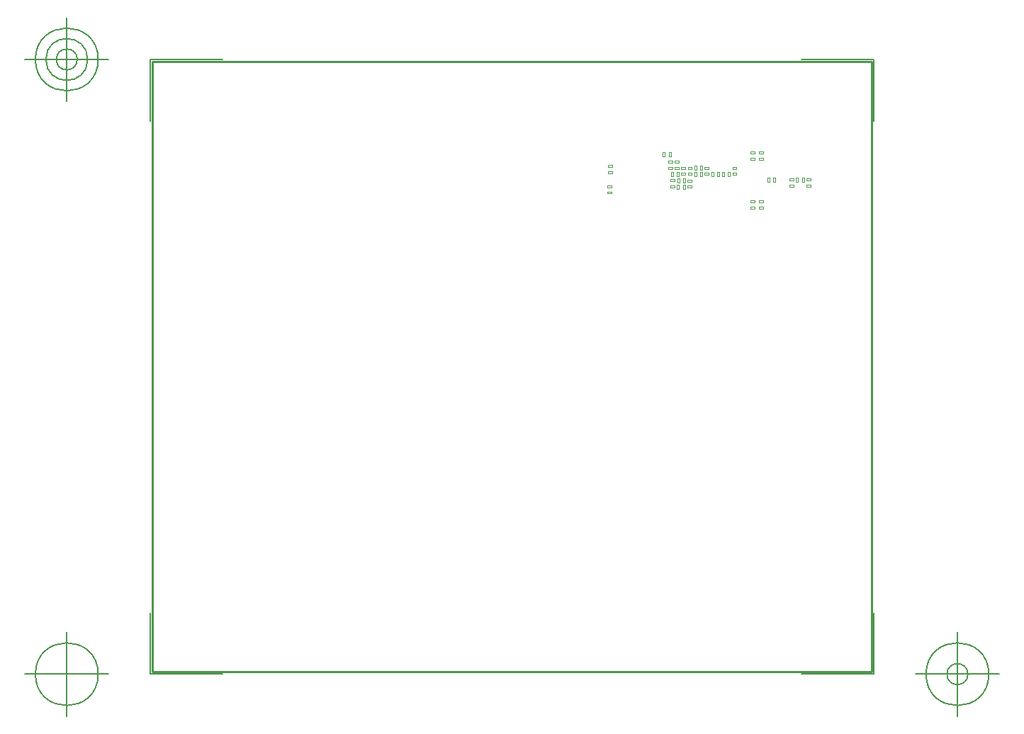
<source format=gbr>
G04 Generated by Ultiboard 14.0 *
%FSLAX24Y24*%
%MOIN*%

%ADD10C,0.0001*%
%ADD11C,0.0001*%
%ADD12C,0.0050*%
%ADD13C,0.0100*%


G04 ColorRGB 00FF00 for the following layer *
%LN3D-Info Bottom*%
%LPD*%
G54D10*
G54D11*
X50825Y27851D02*
X50726Y27851D01*
X50726Y27653D01*
X50825Y27653D01*
X50825Y27851D01*
X50532Y27851D02*
X50433Y27851D01*
X50433Y27653D01*
X50532Y27653D01*
X50532Y27851D01*
X51128Y27551D02*
X51029Y27551D01*
X51029Y27353D01*
X51128Y27353D01*
X51128Y27551D01*
X50835Y27551D02*
X50736Y27551D01*
X50736Y27353D01*
X50835Y27353D01*
X50835Y27551D01*
X50728Y27049D02*
X50827Y27049D01*
X50827Y27247D01*
X50728Y27247D01*
X50728Y27049D01*
X51021Y27049D02*
X51120Y27049D01*
X51120Y27247D01*
X51021Y27247D01*
X51021Y27049D01*
X51221Y27495D02*
X51418Y27495D01*
X51418Y27396D01*
X51221Y27396D01*
X51221Y27495D01*
X51221Y27202D02*
X51418Y27202D01*
X51418Y27103D01*
X51221Y27103D01*
X51221Y27202D01*
X50421Y27505D02*
X50618Y27505D01*
X50618Y27406D01*
X50421Y27406D01*
X50421Y27505D01*
X50421Y27212D02*
X50618Y27212D01*
X50618Y27113D01*
X50421Y27113D01*
X50421Y27212D01*
X50055Y28579D02*
X50154Y28579D01*
X50154Y28777D01*
X50055Y28777D01*
X50055Y28579D01*
X50348Y28579D02*
X50447Y28579D01*
X50447Y28777D01*
X50348Y28777D01*
X50348Y28579D01*
X50511Y27995D02*
X50313Y27995D01*
X50313Y28094D01*
X50511Y28094D01*
X50511Y27995D01*
X50511Y28288D02*
X50313Y28288D01*
X50313Y28387D01*
X50511Y28387D01*
X50511Y28288D01*
X50811Y27995D02*
X50613Y27995D01*
X50613Y28094D01*
X50811Y28094D01*
X50811Y27995D01*
X50811Y28288D02*
X50613Y28288D01*
X50613Y28387D01*
X50811Y28387D01*
X50811Y28288D01*
X50929Y28095D02*
X51127Y28095D01*
X51127Y27996D01*
X50929Y27996D01*
X50929Y28095D01*
X50929Y27802D02*
X51127Y27802D01*
X51127Y27703D01*
X50929Y27703D01*
X50929Y27802D01*
X51431Y27705D02*
X51233Y27705D01*
X51233Y27804D01*
X51431Y27804D01*
X51431Y27705D01*
X51431Y27998D02*
X51233Y27998D01*
X51233Y28097D01*
X51431Y28097D01*
X51431Y27998D01*
X51535Y27649D02*
X51634Y27649D01*
X51634Y27847D01*
X51535Y27847D01*
X51535Y27649D01*
X51828Y27649D02*
X51927Y27649D01*
X51927Y27847D01*
X51828Y27847D01*
X51828Y27649D01*
X51535Y27949D02*
X51634Y27949D01*
X51634Y28147D01*
X51535Y28147D01*
X51535Y27949D01*
X51828Y27949D02*
X51927Y27949D01*
X51927Y28147D01*
X51828Y28147D01*
X51828Y27949D01*
X52029Y28095D02*
X52227Y28095D01*
X52227Y27996D01*
X52029Y27996D01*
X52029Y28095D01*
X52029Y27802D02*
X52227Y27802D01*
X52227Y27703D01*
X52029Y27703D01*
X52029Y27802D01*
X52725Y27851D02*
X52626Y27851D01*
X52626Y27653D01*
X52725Y27653D01*
X52725Y27851D01*
X52432Y27851D02*
X52333Y27851D01*
X52333Y27653D01*
X52432Y27653D01*
X52432Y27851D01*
X52835Y27649D02*
X52934Y27649D01*
X52934Y27847D01*
X52835Y27847D01*
X52835Y27649D01*
X53128Y27649D02*
X53227Y27649D01*
X53227Y27847D01*
X53128Y27847D01*
X53128Y27649D01*
X53531Y27705D02*
X53333Y27705D01*
X53333Y27804D01*
X53531Y27804D01*
X53531Y27705D01*
X53531Y27998D02*
X53333Y27998D01*
X53333Y28097D01*
X53531Y28097D01*
X53531Y27998D01*
X56025Y27537D02*
X56222Y27537D01*
X56222Y27438D01*
X56025Y27438D01*
X56025Y27537D01*
X56025Y27244D02*
X56222Y27244D01*
X56222Y27145D01*
X56025Y27145D01*
X56025Y27244D01*
X54783Y28425D02*
X54586Y28425D01*
X54586Y28524D01*
X54783Y28524D01*
X54783Y28425D01*
X54783Y28719D02*
X54586Y28719D01*
X54586Y28818D01*
X54783Y28818D01*
X54783Y28719D01*
X54383Y28425D02*
X54186Y28425D01*
X54186Y28524D01*
X54383Y28524D01*
X54383Y28425D01*
X54383Y28719D02*
X54186Y28719D01*
X54186Y28818D01*
X54383Y28818D01*
X54383Y28719D01*
X56820Y27544D02*
X57018Y27544D01*
X57018Y27445D01*
X56820Y27445D01*
X56820Y27544D01*
X56820Y27251D02*
X57018Y27251D01*
X57018Y27152D01*
X56820Y27152D01*
X56820Y27251D01*
X54586Y26515D02*
X54784Y26515D01*
X54784Y26416D01*
X54586Y26416D01*
X54586Y26515D01*
X54586Y26222D02*
X54784Y26222D01*
X54784Y26123D01*
X54586Y26123D01*
X54586Y26222D01*
X54189Y26515D02*
X54387Y26515D01*
X54387Y26416D01*
X54189Y26416D01*
X54189Y26515D01*
X54189Y26222D02*
X54387Y26222D01*
X54387Y26123D01*
X54189Y26123D01*
X54189Y26222D01*
X55361Y27595D02*
X55262Y27595D01*
X55262Y27398D01*
X55361Y27398D01*
X55361Y27595D01*
X55068Y27595D02*
X54969Y27595D01*
X54969Y27398D01*
X55068Y27398D01*
X55068Y27595D01*
X56326Y27385D02*
X56425Y27385D01*
X56425Y27582D01*
X56326Y27582D01*
X56326Y27385D01*
X56619Y27385D02*
X56718Y27385D01*
X56718Y27582D01*
X56619Y27582D01*
X56619Y27385D01*
X47479Y28185D02*
X47677Y28185D01*
X47677Y28086D01*
X47479Y28086D01*
X47479Y28185D01*
X47479Y27892D02*
X47677Y27892D01*
X47677Y27793D01*
X47479Y27793D01*
X47479Y27892D01*
X47459Y27225D02*
X47657Y27225D01*
X47657Y27126D01*
X47459Y27126D01*
X47459Y27225D01*
X47459Y26932D02*
X47657Y26932D01*
X47657Y26833D01*
X47459Y26833D01*
X47459Y26932D01*
G54D12*
X25960Y4200D02*
X25960Y7095D01*
X25960Y4200D02*
X29362Y4200D01*
X59980Y4200D02*
X56578Y4200D01*
X59980Y4200D02*
X59980Y7095D01*
X59980Y33150D02*
X59980Y30255D01*
X59980Y33150D02*
X56578Y33150D01*
X25960Y33150D02*
X29362Y33150D01*
X25960Y33150D02*
X25960Y30255D01*
X23991Y4200D02*
X20054Y4200D01*
X22023Y2231D02*
X22023Y6169D01*
X20547Y4200D02*
G75*
D01*
G02X20547Y4200I1476J0*
G01*
X61949Y4200D02*
X65886Y4200D01*
X63917Y2231D02*
X63917Y6169D01*
X62441Y4200D02*
G75*
D01*
G02X62441Y4200I1476J0*
G01*
X63425Y4200D02*
G75*
D01*
G02X63425Y4200I492J0*
G01*
X23991Y33150D02*
X20054Y33150D01*
X22023Y31181D02*
X22023Y35119D01*
X20547Y33150D02*
G75*
D01*
G02X20547Y33150I1476J0*
G01*
X21039Y33150D02*
G75*
D01*
G02X21039Y33150I984J0*
G01*
X21531Y33150D02*
G75*
D01*
G02X21531Y33150I492J0*
G01*
X25960Y4200D02*
X25960Y7095D01*
X25960Y4200D02*
X29362Y4200D01*
X59980Y4200D02*
X56578Y4200D01*
X59980Y4200D02*
X59980Y7095D01*
X59980Y33150D02*
X59980Y30255D01*
X59980Y33150D02*
X56578Y33150D01*
X25960Y33150D02*
X29362Y33150D01*
X25960Y33150D02*
X25960Y30255D01*
X23991Y4200D02*
X20054Y4200D01*
X22023Y2231D02*
X22023Y6169D01*
X20547Y4200D02*
G75*
D01*
G02X20547Y4200I1476J0*
G01*
X61949Y4200D02*
X65886Y4200D01*
X63917Y2231D02*
X63917Y6169D01*
X62441Y4200D02*
G75*
D01*
G02X62441Y4200I1476J0*
G01*
X63425Y4200D02*
G75*
D01*
G02X63425Y4200I492J0*
G01*
X23991Y33150D02*
X20054Y33150D01*
X22023Y31181D02*
X22023Y35119D01*
X20547Y33150D02*
G75*
D01*
G02X20547Y33150I1476J0*
G01*
X21039Y33150D02*
G75*
D01*
G02X21039Y33150I984J0*
G01*
X21531Y33150D02*
G75*
D01*
G02X21531Y33150I492J0*
G01*
G54D13*
X26060Y4300D02*
X59880Y4300D01*
X59880Y33050D01*
X26060Y33050D01*
X26060Y4300D01*

M02*

</source>
